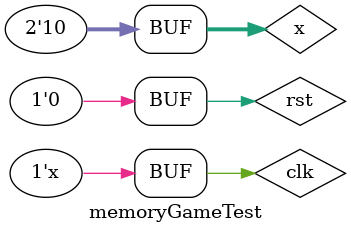
<source format=sv>
module memoryGameTest();
logic clk;
logic rst; 
logic [1:0] x; 
logic y;
logic player;



MemoryGame m1(.clk(clk), .rst(rst), .x(x), .endState(y), .player(player));
always begin 
	clk=~clk;#5;
end
initial begin
	clk=0;
	rst=1;
	#5;
	rst=0;
	x=01;
	#5;
	x=00;
	#5;
	x=10;
	#5;
	rst=1;
	#5;
	rst=0;
	x=01;
	#5;
	x=00;
	#5;
	x=01;
	#5;
	x=00;
	#5;
	x=10;
	#5;
end
 
endmodule
</source>
